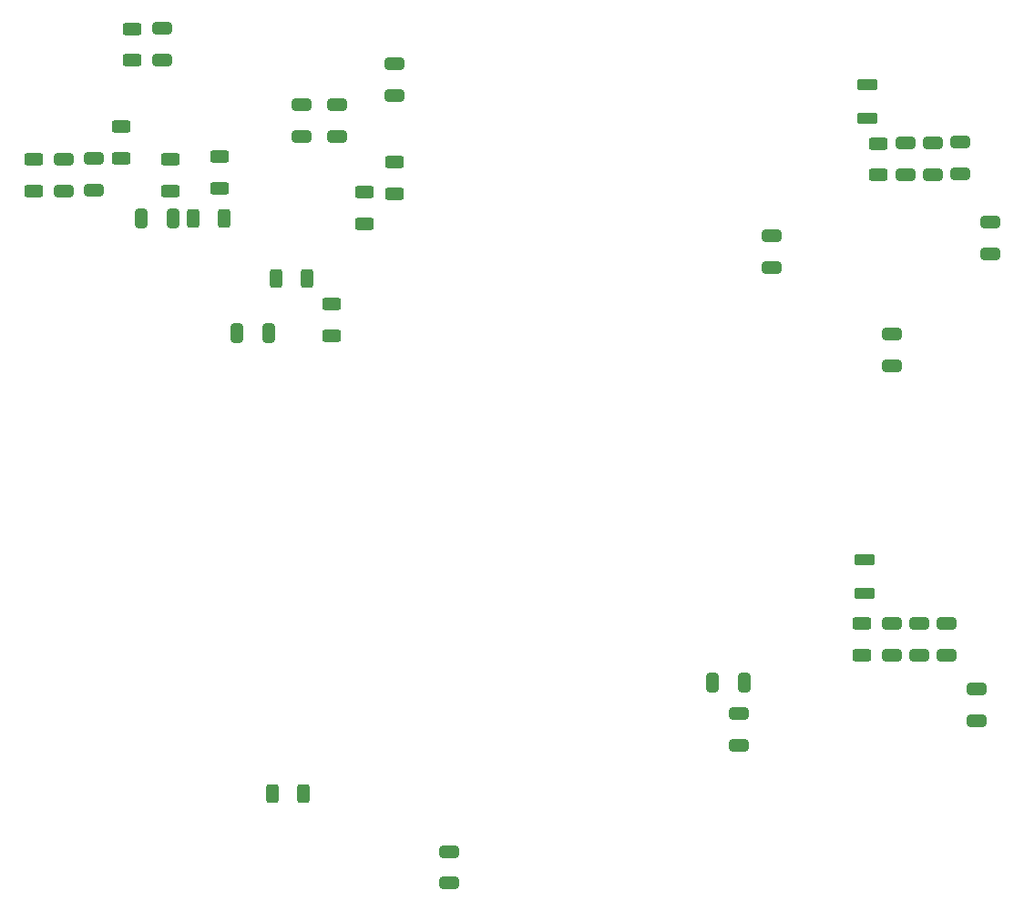
<source format=gbr>
%TF.GenerationSoftware,KiCad,Pcbnew,(6.0.7)*%
%TF.CreationDate,2022-09-22T17:07:58-04:00*%
%TF.ProjectId,Receiver_POC,52656365-6976-4657-925f-504f432e6b69,rev?*%
%TF.SameCoordinates,Original*%
%TF.FileFunction,Paste,Top*%
%TF.FilePolarity,Positive*%
%FSLAX46Y46*%
G04 Gerber Fmt 4.6, Leading zero omitted, Abs format (unit mm)*
G04 Created by KiCad (PCBNEW (6.0.7)) date 2022-09-22 17:07:58*
%MOMM*%
%LPD*%
G01*
G04 APERTURE LIST*
G04 Aperture macros list*
%AMRoundRect*
0 Rectangle with rounded corners*
0 $1 Rounding radius*
0 $2 $3 $4 $5 $6 $7 $8 $9 X,Y pos of 4 corners*
0 Add a 4 corners polygon primitive as box body*
4,1,4,$2,$3,$4,$5,$6,$7,$8,$9,$2,$3,0*
0 Add four circle primitives for the rounded corners*
1,1,$1+$1,$2,$3*
1,1,$1+$1,$4,$5*
1,1,$1+$1,$6,$7*
1,1,$1+$1,$8,$9*
0 Add four rect primitives between the rounded corners*
20,1,$1+$1,$2,$3,$4,$5,0*
20,1,$1+$1,$4,$5,$6,$7,0*
20,1,$1+$1,$6,$7,$8,$9,0*
20,1,$1+$1,$8,$9,$2,$3,0*%
G04 Aperture macros list end*
%ADD10RoundRect,0.250000X0.650000X-0.325000X0.650000X0.325000X-0.650000X0.325000X-0.650000X-0.325000X0*%
%ADD11RoundRect,0.250000X-0.650000X0.325000X-0.650000X-0.325000X0.650000X-0.325000X0.650000X0.325000X0*%
%ADD12RoundRect,0.250000X0.625000X-0.312500X0.625000X0.312500X-0.625000X0.312500X-0.625000X-0.312500X0*%
%ADD13RoundRect,0.250000X-0.312500X-0.625000X0.312500X-0.625000X0.312500X0.625000X-0.312500X0.625000X0*%
%ADD14RoundRect,0.250000X-0.625000X0.312500X-0.625000X-0.312500X0.625000X-0.312500X0.625000X0.312500X0*%
%ADD15RoundRect,0.250000X-0.325000X-0.650000X0.325000X-0.650000X0.325000X0.650000X-0.325000X0.650000X0*%
%ADD16RoundRect,0.250000X-0.700000X0.275000X-0.700000X-0.275000X0.700000X-0.275000X0.700000X0.275000X0*%
%ADD17RoundRect,0.250000X0.325000X0.650000X-0.325000X0.650000X-0.325000X-0.650000X0.325000X-0.650000X0*%
G04 APERTURE END LIST*
D10*
%TO.C,C31*%
X62484000Y-38305000D03*
X62484000Y-35355000D03*
%TD*%
%TO.C,C5*%
X112522000Y-45671000D03*
X112522000Y-42721000D03*
%TD*%
D11*
%TO.C,C4*%
X108712000Y-60501000D03*
X108712000Y-63451000D03*
%TD*%
D10*
%TO.C,C6*%
X115062000Y-45622000D03*
X115062000Y-42672000D03*
%TD*%
D12*
%TO.C,R7*%
X38100000Y-35052000D03*
X38100000Y-32127000D03*
%TD*%
D13*
%TO.C,R6*%
X43749500Y-49784000D03*
X46674500Y-49784000D03*
%TD*%
D11*
%TO.C,C22*%
X34544000Y-44196000D03*
X34544000Y-47146000D03*
%TD*%
D10*
%TO.C,C30*%
X67564000Y-111593651D03*
X67564000Y-108643651D03*
%TD*%
D14*
%TO.C,R11*%
X59690000Y-47305500D03*
X59690000Y-50230500D03*
%TD*%
D10*
%TO.C,C7*%
X117856000Y-53037000D03*
X117856000Y-50087000D03*
%TD*%
D11*
%TO.C,C20*%
X31750000Y-44245000D03*
X31750000Y-47195000D03*
%TD*%
D14*
%TO.C,R3*%
X37084000Y-41209500D03*
X37084000Y-44134500D03*
%TD*%
D10*
%TO.C,C17*%
X111252000Y-90424000D03*
X111252000Y-87474000D03*
%TD*%
D14*
%TO.C,R2*%
X105918000Y-87437500D03*
X105918000Y-90362500D03*
%TD*%
D12*
%TO.C,R5*%
X41656000Y-47182500D03*
X41656000Y-44257500D03*
%TD*%
D10*
%TO.C,C27*%
X57150000Y-42115000D03*
X57150000Y-39165000D03*
%TD*%
D12*
%TO.C,R12*%
X62484000Y-47436500D03*
X62484000Y-44511500D03*
%TD*%
D13*
%TO.C,R9*%
X51431000Y-55372000D03*
X54356000Y-55372000D03*
%TD*%
D14*
%TO.C,R4*%
X28956000Y-44257500D03*
X28956000Y-47182500D03*
%TD*%
D15*
%TO.C,C21*%
X38911000Y-49784000D03*
X41861000Y-49784000D03*
%TD*%
D14*
%TO.C,R1*%
X107442000Y-42795000D03*
X107442000Y-45720000D03*
%TD*%
D10*
%TO.C,C25*%
X53848000Y-42115000D03*
X53848000Y-39165000D03*
%TD*%
D14*
%TO.C,R10*%
X56642000Y-57719500D03*
X56642000Y-60644500D03*
%TD*%
D13*
%TO.C,R13*%
X51115500Y-103260651D03*
X54040500Y-103260651D03*
%TD*%
D16*
%TO.C,L2*%
X106172000Y-81483000D03*
X106172000Y-84633000D03*
%TD*%
D10*
%TO.C,C3*%
X109982000Y-45671000D03*
X109982000Y-42721000D03*
%TD*%
D12*
%TO.C,R8*%
X46228000Y-46928500D03*
X46228000Y-44003500D03*
%TD*%
D11*
%TO.C,C23*%
X40894000Y-32053000D03*
X40894000Y-35003000D03*
%TD*%
%TO.C,C19*%
X116586000Y-93521000D03*
X116586000Y-96471000D03*
%TD*%
%TO.C,C2*%
X97536000Y-51357000D03*
X97536000Y-54307000D03*
%TD*%
D17*
%TO.C,C24*%
X50751000Y-60452000D03*
X47801000Y-60452000D03*
%TD*%
D10*
%TO.C,C15*%
X108712000Y-90424000D03*
X108712000Y-87474000D03*
%TD*%
D11*
%TO.C,C14*%
X94488000Y-95807000D03*
X94488000Y-98757000D03*
%TD*%
D16*
%TO.C,L1*%
X106426000Y-37287000D03*
X106426000Y-40437000D03*
%TD*%
D10*
%TO.C,C18*%
X113792000Y-90424000D03*
X113792000Y-87474000D03*
%TD*%
D15*
%TO.C,C13*%
X91997000Y-92964000D03*
X94947000Y-92964000D03*
%TD*%
M02*

</source>
